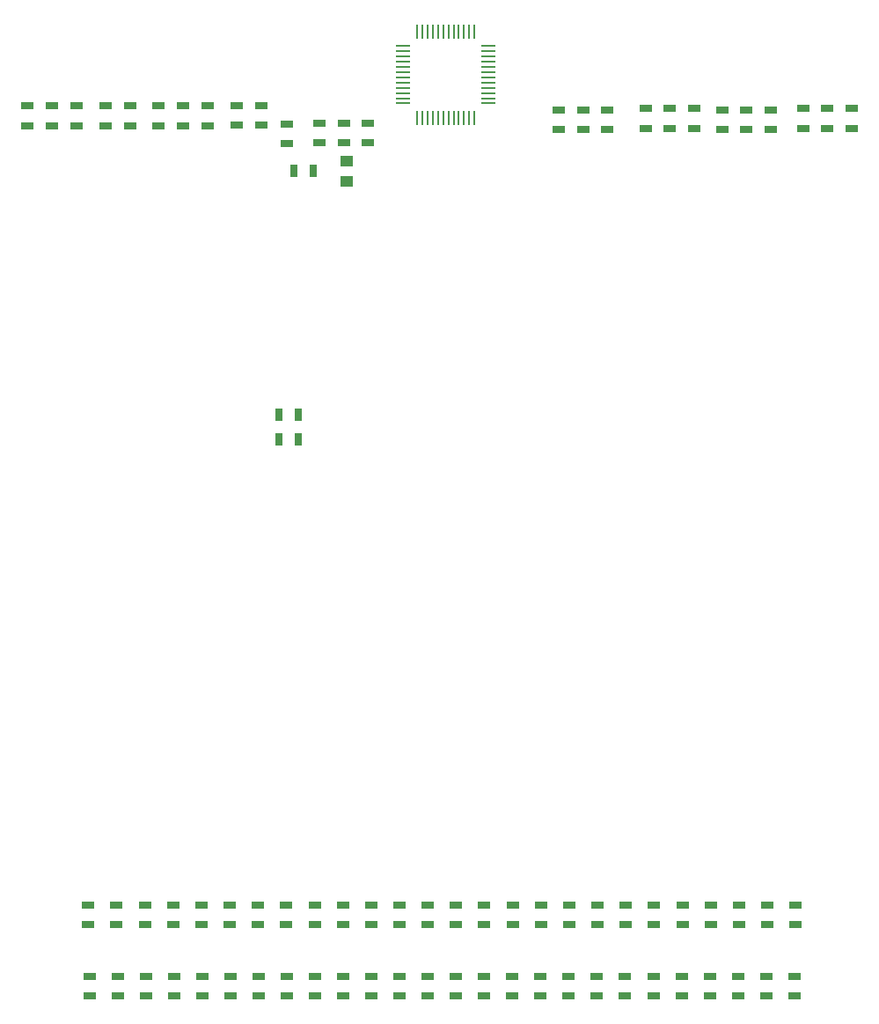
<source format=gtp>
G04 #@! TF.GenerationSoftware,KiCad,Pcbnew,5.0.0-fee4fd1~66~ubuntu18.04.1*
G04 #@! TF.CreationDate,2018-11-16T02:20:25-05:00*
G04 #@! TF.ProjectId,plugboard,706C7567626F6172642E6B696361645F,rev?*
G04 #@! TF.SameCoordinates,Original*
G04 #@! TF.FileFunction,Paste,Top*
G04 #@! TF.FilePolarity,Positive*
%FSLAX46Y46*%
G04 Gerber Fmt 4.6, Leading zero omitted, Abs format (unit mm)*
G04 Created by KiCad (PCBNEW 5.0.0-fee4fd1~66~ubuntu18.04.1) date Fri Nov 16 02:20:25 2018*
%MOMM*%
%LPD*%
G01*
G04 APERTURE LIST*
%ADD10R,1.250000X1.000000*%
%ADD11R,1.300000X0.700000*%
%ADD12R,0.700000X1.300000*%
%ADD13R,1.473200X0.279400*%
%ADD14R,0.279400X1.473200*%
G04 APERTURE END LIST*
D10*
G04 #@! TO.C,C1*
X130175000Y-96663000D03*
X130175000Y-98663000D03*
G04 #@! TD*
D11*
G04 #@! TO.C,R1*
X105410000Y-176972000D03*
X105410000Y-175072000D03*
G04 #@! TD*
G04 #@! TO.C,R2*
X108122720Y-176972000D03*
X108122720Y-175072000D03*
G04 #@! TD*
G04 #@! TO.C,R3*
X110835440Y-176972000D03*
X110835440Y-175072000D03*
G04 #@! TD*
G04 #@! TO.C,R4*
X113548160Y-176972000D03*
X113548160Y-175072000D03*
G04 #@! TD*
G04 #@! TO.C,R5*
X116260880Y-176972000D03*
X116260880Y-175072000D03*
G04 #@! TD*
G04 #@! TO.C,R6*
X118973600Y-176972000D03*
X118973600Y-175072000D03*
G04 #@! TD*
G04 #@! TO.C,R7*
X121686320Y-175072000D03*
X121686320Y-176972000D03*
G04 #@! TD*
G04 #@! TO.C,R8*
X124399040Y-175072000D03*
X124399040Y-176972000D03*
G04 #@! TD*
G04 #@! TO.C,R9*
X127111760Y-176972000D03*
X127111760Y-175072000D03*
G04 #@! TD*
G04 #@! TO.C,R10*
X129824480Y-175072000D03*
X129824480Y-176972000D03*
G04 #@! TD*
G04 #@! TO.C,R11*
X132537200Y-175072000D03*
X132537200Y-176972000D03*
G04 #@! TD*
G04 #@! TO.C,R12*
X135249920Y-176972000D03*
X135249920Y-175072000D03*
G04 #@! TD*
G04 #@! TO.C,R13*
X137962640Y-176972000D03*
X137962640Y-175072000D03*
G04 #@! TD*
G04 #@! TO.C,R14*
X140675360Y-176972000D03*
X140675360Y-175072000D03*
G04 #@! TD*
G04 #@! TO.C,R15*
X143388080Y-176972000D03*
X143388080Y-175072000D03*
G04 #@! TD*
G04 #@! TO.C,R16*
X146100800Y-175072000D03*
X146100800Y-176972000D03*
G04 #@! TD*
G04 #@! TO.C,R17*
X148813520Y-175072000D03*
X148813520Y-176972000D03*
G04 #@! TD*
G04 #@! TO.C,R18*
X151526240Y-176972000D03*
X151526240Y-175072000D03*
G04 #@! TD*
G04 #@! TO.C,R19*
X154238960Y-175072000D03*
X154238960Y-176972000D03*
G04 #@! TD*
G04 #@! TO.C,R20*
X156951680Y-175072000D03*
X156951680Y-176972000D03*
G04 #@! TD*
G04 #@! TO.C,R21*
X159664400Y-175072000D03*
X159664400Y-176972000D03*
G04 #@! TD*
G04 #@! TO.C,R22*
X162377120Y-176972000D03*
X162377120Y-175072000D03*
G04 #@! TD*
G04 #@! TO.C,R23*
X165089840Y-175072000D03*
X165089840Y-176972000D03*
G04 #@! TD*
G04 #@! TO.C,R24*
X167802560Y-175072000D03*
X167802560Y-176972000D03*
G04 #@! TD*
G04 #@! TO.C,R25*
X170515280Y-176972000D03*
X170515280Y-175072000D03*
G04 #@! TD*
G04 #@! TO.C,R26*
X173228000Y-176972000D03*
X173228000Y-175072000D03*
G04 #@! TD*
G04 #@! TO.C,R27*
X105283000Y-170106662D03*
X105283000Y-168206662D03*
G04 #@! TD*
G04 #@! TO.C,R28*
X108005880Y-168206662D03*
X108005880Y-170106662D03*
G04 #@! TD*
G04 #@! TO.C,R29*
X110728760Y-168206662D03*
X110728760Y-170106662D03*
G04 #@! TD*
G04 #@! TO.C,R30*
X127066040Y-168206662D03*
X127066040Y-170106662D03*
G04 #@! TD*
G04 #@! TO.C,R31*
X129788920Y-170106662D03*
X129788920Y-168206662D03*
G04 #@! TD*
G04 #@! TO.C,R32*
X132511800Y-170106662D03*
X132511800Y-168206662D03*
G04 #@! TD*
G04 #@! TO.C,R33*
X151571960Y-170106662D03*
X151571960Y-168206662D03*
G04 #@! TD*
G04 #@! TO.C,R34*
X154294840Y-170106662D03*
X154294840Y-168206662D03*
G04 #@! TD*
G04 #@! TO.C,R35*
X157017720Y-168206662D03*
X157017720Y-170106662D03*
G04 #@! TD*
G04 #@! TO.C,R36*
X99462165Y-93279000D03*
X99462165Y-91379000D03*
G04 #@! TD*
G04 #@! TO.C,R37*
X101792850Y-93279000D03*
X101792850Y-91379000D03*
G04 #@! TD*
G04 #@! TO.C,R38*
X104123535Y-91379000D03*
X104123535Y-93279000D03*
G04 #@! TD*
G04 #@! TO.C,R39*
X119614371Y-93245672D03*
X119614371Y-91345672D03*
G04 #@! TD*
G04 #@! TO.C,R40*
X121945056Y-93245672D03*
X121945056Y-91345672D03*
G04 #@! TD*
G04 #@! TO.C,R41*
X124402741Y-95023672D03*
X124402741Y-93123672D03*
G04 #@! TD*
G04 #@! TO.C,R42*
X158912275Y-93533000D03*
X158912275Y-91633000D03*
G04 #@! TD*
G04 #@! TO.C,R43*
X161242960Y-91633000D03*
X161242960Y-93533000D03*
G04 #@! TD*
G04 #@! TO.C,R44*
X163573645Y-93533000D03*
X163573645Y-91633000D03*
G04 #@! TD*
D12*
G04 #@! TO.C,R45*
X126934000Y-97663000D03*
X125034000Y-97663000D03*
G04 #@! TD*
D11*
G04 #@! TO.C,R46*
X113451640Y-170106662D03*
X113451640Y-168206662D03*
G04 #@! TD*
G04 #@! TO.C,R47*
X116174520Y-170106662D03*
X116174520Y-168206662D03*
G04 #@! TD*
G04 #@! TO.C,R48*
X135234680Y-168206662D03*
X135234680Y-170106662D03*
G04 #@! TD*
G04 #@! TO.C,R49*
X137957560Y-168206662D03*
X137957560Y-170106662D03*
G04 #@! TD*
G04 #@! TO.C,R50*
X140680440Y-168206662D03*
X140680440Y-170106662D03*
G04 #@! TD*
G04 #@! TO.C,R51*
X159740600Y-170106662D03*
X159740600Y-168206662D03*
G04 #@! TD*
G04 #@! TO.C,R52*
X162463480Y-168206662D03*
X162463480Y-170106662D03*
G04 #@! TD*
G04 #@! TO.C,R53*
X165186360Y-170106662D03*
X165186360Y-168206662D03*
G04 #@! TD*
G04 #@! TO.C,R54*
X106997495Y-91379000D03*
X106997495Y-93279000D03*
G04 #@! TD*
G04 #@! TO.C,R55*
X109328180Y-91379000D03*
X109328180Y-93279000D03*
G04 #@! TD*
G04 #@! TO.C,R56*
X127533865Y-93030000D03*
X127533865Y-94930000D03*
G04 #@! TD*
G04 #@! TO.C,R57*
X129864550Y-94930000D03*
X129864550Y-93030000D03*
G04 #@! TD*
G04 #@! TO.C,R58*
X132195235Y-93030000D03*
X132195235Y-94930000D03*
G04 #@! TD*
G04 #@! TO.C,R59*
X166275920Y-93660000D03*
X166275920Y-91760000D03*
G04 #@! TD*
G04 #@! TO.C,R60*
X168606605Y-91760000D03*
X168606605Y-93660000D03*
G04 #@! TD*
G04 #@! TO.C,R61*
X170937290Y-93660000D03*
X170937290Y-91760000D03*
G04 #@! TD*
G04 #@! TO.C,R62*
X118897400Y-168206662D03*
X118897400Y-170106662D03*
G04 #@! TD*
G04 #@! TO.C,R63*
X121620280Y-168206662D03*
X121620280Y-170106662D03*
G04 #@! TD*
G04 #@! TO.C,R64*
X124343160Y-170106662D03*
X124343160Y-168206662D03*
G04 #@! TD*
G04 #@! TO.C,R65*
X143403320Y-170106662D03*
X143403320Y-168206662D03*
G04 #@! TD*
G04 #@! TO.C,R66*
X146126200Y-170106662D03*
X146126200Y-168206662D03*
G04 #@! TD*
G04 #@! TO.C,R67*
X148849080Y-168206662D03*
X148849080Y-170106662D03*
G04 #@! TD*
G04 #@! TO.C,R68*
X167909240Y-168206662D03*
X167909240Y-170106662D03*
G04 #@! TD*
G04 #@! TO.C,R69*
X170632120Y-170106662D03*
X170632120Y-168206662D03*
G04 #@! TD*
G04 #@! TO.C,R70*
X173355000Y-170106662D03*
X173355000Y-168206662D03*
G04 #@! TD*
G04 #@! TO.C,R71*
X112075140Y-91379000D03*
X112075140Y-93279000D03*
G04 #@! TD*
G04 #@! TO.C,R72*
X114405825Y-93279000D03*
X114405825Y-91379000D03*
G04 #@! TD*
G04 #@! TO.C,R73*
X116736510Y-91379000D03*
X116736510Y-93279000D03*
G04 #@! TD*
G04 #@! TO.C,R74*
X150563195Y-93660000D03*
X150563195Y-91760000D03*
G04 #@! TD*
G04 #@! TO.C,R75*
X152893880Y-93660000D03*
X152893880Y-91760000D03*
G04 #@! TD*
G04 #@! TO.C,R76*
X155224565Y-91760000D03*
X155224565Y-93660000D03*
G04 #@! TD*
G04 #@! TO.C,R77*
X174065250Y-93533000D03*
X174065250Y-91633000D03*
G04 #@! TD*
G04 #@! TO.C,R78*
X176395935Y-91633000D03*
X176395935Y-93533000D03*
G04 #@! TD*
G04 #@! TO.C,R79*
X178726620Y-91633000D03*
X178726620Y-93533000D03*
G04 #@! TD*
D12*
G04 #@! TO.C,R80*
X123637000Y-121113305D03*
X125537000Y-121113305D03*
G04 #@! TD*
G04 #@! TO.C,R81*
X123637000Y-123444000D03*
X125537000Y-123444000D03*
G04 #@! TD*
D13*
G04 #@! TO.C,U1*
X135585200Y-85642000D03*
X135585200Y-86141999D03*
X135585200Y-86642001D03*
X135585200Y-87142000D03*
X135585200Y-87641999D03*
X135585200Y-88142000D03*
X135585200Y-88642000D03*
X135585200Y-89142001D03*
X135585200Y-89642000D03*
X135585200Y-90141999D03*
X135585200Y-90642001D03*
X135585200Y-91142000D03*
D14*
X136950000Y-92506800D03*
X137449999Y-92506800D03*
X137950001Y-92506800D03*
X138450000Y-92506800D03*
X138949999Y-92506800D03*
X139450000Y-92506800D03*
X139950000Y-92506800D03*
X140450001Y-92506800D03*
X140950000Y-92506800D03*
X141449999Y-92506800D03*
X141950001Y-92506800D03*
X142450000Y-92506800D03*
D13*
X143814800Y-91142000D03*
X143814800Y-90642001D03*
X143814800Y-90141999D03*
X143814800Y-89642000D03*
X143814800Y-89142001D03*
X143814800Y-88642000D03*
X143814800Y-88142000D03*
X143814800Y-87641999D03*
X143814800Y-87142000D03*
X143814800Y-86642001D03*
X143814800Y-86141999D03*
X143814800Y-85642000D03*
D14*
X142450000Y-84277200D03*
X141950001Y-84277200D03*
X141449999Y-84277200D03*
X140950000Y-84277200D03*
X140450001Y-84277200D03*
X139950000Y-84277200D03*
X139450000Y-84277200D03*
X138949999Y-84277200D03*
X138450000Y-84277200D03*
X137950001Y-84277200D03*
X137449999Y-84277200D03*
X136950000Y-84277200D03*
G04 #@! TD*
M02*

</source>
